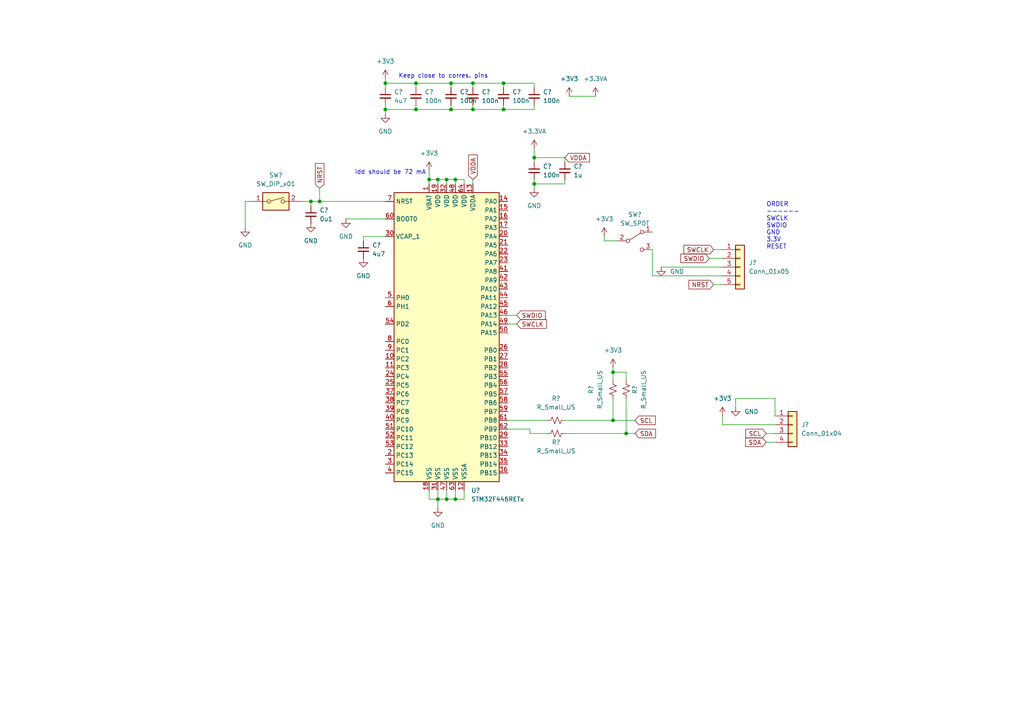
<source format=kicad_sch>
(kicad_sch (version 20211123) (generator eeschema)
  (paper "A4")
  (lib_symbols
    (symbol "Connector_Generic:Conn_01x04" (pin_names (offset 1.016) hide)
      (property "Reference" "J" (at 0 5.08 0))
      (property "Value" "Conn_01x04" (at 0 -7.62 0))
      (symbol "Conn_01x04_1_1"
        (rectangle (start -1.27 -4.953) (end 0 -5.207) (stroke (width 0.1524)))
        (rectangle (start -1.27 -2.413) (end 0 -2.667) (stroke (width 0.1524)))
        (rectangle (start -1.27 0.127) (end 0 -0.127) (stroke (width 0.1524)))
        (rectangle (start -1.27 2.667) (end 0 2.413) (stroke (width 0.1524)))
        (rectangle (start -1.27 3.81) (end 1.27 -6.35) (stroke (width 0.254)) (fill (type background)))
        (pin passive line (at -5.08 2.54 0) (length 3.81) (name "Pin_1") (number "1"))
        (pin passive line (at -5.08 0 0) (length 3.81) (name "Pin_2") (number "2"))
        (pin passive line (at -5.08 -2.54 0) (length 3.81) (name "Pin_3") (number "3"))
        (pin passive line (at -5.08 -5.08 0) (length 3.81) (name "Pin_4") (number "4"))
      )
    )
    (symbol "Connector_Generic:Conn_01x05" (pin_names (offset 1.016) hide)
      (property "Reference" "J" (at 0 7.62 0))
      (property "Value" "Conn_01x05" (at 0 -7.62 0))
      (symbol "Conn_01x05_1_1"
        (rectangle (start -1.27 -4.953) (end 0 -5.207) (stroke (width 0.1524)))
        (rectangle (start -1.27 -2.413) (end 0 -2.667) (stroke (width 0.1524)))
        (rectangle (start -1.27 0.127) (end 0 -0.127) (stroke (width 0.1524)))
        (rectangle (start -1.27 2.667) (end 0 2.413) (stroke (width 0.1524)))
        (rectangle (start -1.27 5.207) (end 0 4.953) (stroke (width 0.1524)))
        (rectangle (start -1.27 6.35) (end 1.27 -6.35) (stroke (width 0.254)) (fill (type background)))
        (pin passive line (at -5.08 5.08 0) (length 3.81) (name "Pin_1") (number "1"))
        (pin passive line (at -5.08 2.54 0) (length 3.81) (name "Pin_2") (number "2"))
        (pin passive line (at -5.08 0 0) (length 3.81) (name "Pin_3") (number "3"))
        (pin passive line (at -5.08 -2.54 0) (length 3.81) (name "Pin_4") (number "4"))
        (pin passive line (at -5.08 -5.08 0) (length 3.81) (name "Pin_5") (number "5"))
      )
    )
    (symbol "Device:C_Small" (pin_numbers hide) (pin_names (offset 0.254) hide)
      (property "Reference" "C" (at 0.254 1.778 0))
      (property "Value" "C_Small" (at 0.254 -2.032 0))
      (symbol "C_Small_0_1"
        (polyline (pts (xy -1.524 -0.508) (xy 1.524 -0.508)) (stroke (width 0.3302)))
        (polyline (pts (xy -1.524 0.508) (xy 1.524 0.508)) (stroke (width 0.3048)))
      )
      (symbol "C_Small_1_1"
        (pin passive line (at 0 2.54 270) (length 2.032) (name "~") (number "1"))
        (pin passive line (at 0 -2.54 90) (length 2.032) (name "~") (number "2"))
      )
    )
    (symbol "Device:R_Small_US" (pin_numbers hide) (pin_names (offset 0.254) hide)
      (property "Reference" "R" (at 0.762 0.508 0))
      (property "Value" "R_Small_US" (at 0.762 -1.016 0))
      (symbol "R_Small_US_1_1"
        (polyline (pts (xy 0 0) (xy 1.016 -0.381) (xy 0 -0.762) (xy -1.016 -1.143) (xy 0 -1.524)))
        (polyline (pts (xy 0 1.524) (xy 1.016 1.143) (xy 0 0.762) (xy -1.016 0.381) (xy 0 0)))
        (pin passive line (at 0 2.54 270) (length 1.016) (name "~") (number "1"))
        (pin passive line (at 0 -2.54 90) (length 1.016) (name "~") (number "2"))
      )
    )
    (symbol "MCU_ST_STM32F4:STM32F446RETx"
      (property "Reference" "U" (at -15.24 41.91 0))
      (property "Value" "STM32F446RETx" (at 10.16 41.91 0))
      (symbol "STM32F446RETx_0_1"
        (rectangle (start -15.24 -43.18) (end 15.24 40.64) (stroke (width 0.254)) (fill (type background)))
      )
      (symbol "STM32F446RETx_1_1"
        (pin power_in line (at -5.08 43.18 270) (length 2.54) (name "VBAT") (number "1"))
        (pin bidirectional line (at -17.78 -7.62 0) (length 2.54) (name "PC2") (number "10"))
        (pin bidirectional line (at -17.78 -10.16 0) (length 2.54) (name "PC3") (number "11"))
        (pin power_in line (at 5.08 -45.72 90) (length 2.54) (name "VSSA") (number "12"))
        (pin power_in line (at 7.62 43.18 270) (length 2.54) (name "VDDA") (number "13"))
        (pin bidirectional line (at 17.78 38.1 180) (length 2.54) (name "PA0") (number "14"))
        (pin bidirectional line (at 17.78 35.56 180) (length 2.54) (name "PA1") (number "15"))
        (pin bidirectional line (at 17.78 33.02 180) (length 2.54) (name "PA2") (number "16"))
        (pin bidirectional line (at 17.78 30.48 180) (length 2.54) (name "PA3") (number "17"))
        (pin power_in line (at -5.08 -45.72 90) (length 2.54) (name "VSS") (number "18"))
        (pin power_in line (at -2.54 43.18 270) (length 2.54) (name "VDD") (number "19"))
        (pin bidirectional line (at -17.78 -35.56 0) (length 2.54) (name "PC13") (number "2"))
        (pin bidirectional line (at 17.78 27.94 180) (length 2.54) (name "PA4") (number "20"))
        (pin bidirectional line (at 17.78 25.4 180) (length 2.54) (name "PA5") (number "21"))
        (pin bidirectional line (at 17.78 22.86 180) (length 2.54) (name "PA6") (number "22"))
        (pin bidirectional line (at 17.78 20.32 180) (length 2.54) (name "PA7") (number "23"))
        (pin bidirectional line (at -17.78 -12.7 0) (length 2.54) (name "PC4") (number "24"))
        (pin bidirectional line (at -17.78 -15.24 0) (length 2.54) (name "PC5") (number "25"))
        (pin bidirectional line (at 17.78 -5.08 180) (length 2.54) (name "PB0") (number "26"))
        (pin bidirectional line (at 17.78 -7.62 180) (length 2.54) (name "PB1") (number "27"))
        (pin bidirectional line (at 17.78 -10.16 180) (length 2.54) (name "PB2") (number "28"))
        (pin bidirectional line (at 17.78 -30.48 180) (length 2.54) (name "PB10") (number "29"))
        (pin bidirectional line (at -17.78 -38.1 0) (length 2.54) (name "PC14") (number "3"))
        (pin power_in line (at -17.78 27.94 0) (length 2.54) (name "VCAP_1") (number "30"))
        (pin power_in line (at -2.54 -45.72 90) (length 2.54) (name "VSS") (number "31"))
        (pin power_in line (at 0 43.18 270) (length 2.54) (name "VDD") (number "32"))
        (pin bidirectional line (at 17.78 -33.02 180) (length 2.54) (name "PB12") (number "33"))
        (pin bidirectional line (at 17.78 -35.56 180) (length 2.54) (name "PB13") (number "34"))
        (pin bidirectional line (at 17.78 -38.1 180) (length 2.54) (name "PB14") (number "35"))
        (pin bidirectional line (at 17.78 -40.64 180) (length 2.54) (name "PB15") (number "36"))
        (pin bidirectional line (at -17.78 -17.78 0) (length 2.54) (name "PC6") (number "37"))
        (pin bidirectional line (at -17.78 -20.32 0) (length 2.54) (name "PC7") (number "38"))
        (pin bidirectional line (at -17.78 -22.86 0) (length 2.54) (name "PC8") (number "39"))
        (pin bidirectional line (at -17.78 -40.64 0) (length 2.54) (name "PC15") (number "4"))
        (pin bidirectional line (at -17.78 -25.4 0) (length 2.54) (name "PC9") (number "40"))
        (pin bidirectional line (at 17.78 17.78 180) (length 2.54) (name "PA8") (number "41"))
        (pin bidirectional line (at 17.78 15.24 180) (length 2.54) (name "PA9") (number "42"))
        (pin bidirectional line (at 17.78 12.7 180) (length 2.54) (name "PA10") (number "43"))
        (pin bidirectional line (at 17.78 10.16 180) (length 2.54) (name "PA11") (number "44"))
        (pin bidirectional line (at 17.78 7.62 180) (length 2.54) (name "PA12") (number "45"))
        (pin bidirectional line (at 17.78 5.08 180) (length 2.54) (name "PA13") (number "46"))
        (pin power_in line (at 0 -45.72 90) (length 2.54) (name "VSS") (number "47"))
        (pin power_in line (at 2.54 43.18 270) (length 2.54) (name "VDD") (number "48"))
        (pin bidirectional line (at 17.78 2.54 180) (length 2.54) (name "PA14") (number "49"))
        (pin input line (at -17.78 10.16 0) (length 2.54) (name "PH0") (number "5"))
        (pin bidirectional line (at 17.78 0 180) (length 2.54) (name "PA15") (number "50"))
        (pin bidirectional line (at -17.78 -27.94 0) (length 2.54) (name "PC10") (number "51"))
        (pin bidirectional line (at -17.78 -30.48 0) (length 2.54) (name "PC11") (number "52"))
        (pin bidirectional line (at -17.78 -33.02 0) (length 2.54) (name "PC12") (number "53"))
        (pin bidirectional line (at -17.78 2.54 0) (length 2.54) (name "PD2") (number "54"))
        (pin bidirectional line (at 17.78 -12.7 180) (length 2.54) (name "PB3") (number "55"))
        (pin bidirectional line (at 17.78 -15.24 180) (length 2.54) (name "PB4") (number "56"))
        (pin bidirectional line (at 17.78 -17.78 180) (length 2.54) (name "PB5") (number "57"))
        (pin bidirectional line (at 17.78 -20.32 180) (length 2.54) (name "PB6") (number "58"))
        (pin bidirectional line (at 17.78 -22.86 180) (length 2.54) (name "PB7") (number "59"))
        (pin input line (at -17.78 7.62 0) (length 2.54) (name "PH1") (number "6"))
        (pin input line (at -17.78 33.02 0) (length 2.54) (name "BOOT0") (number "60"))
        (pin bidirectional line (at 17.78 -25.4 180) (length 2.54) (name "PB8") (number "61"))
        (pin bidirectional line (at 17.78 -27.94 180) (length 2.54) (name "PB9") (number "62"))
        (pin power_in line (at 2.54 -45.72 90) (length 2.54) (name "VSS") (number "63"))
        (pin power_in line (at 5.08 43.18 270) (length 2.54) (name "VDD") (number "64"))
        (pin input line (at -17.78 38.1 0) (length 2.54) (name "NRST") (number "7"))
        (pin bidirectional line (at -17.78 -2.54 0) (length 2.54) (name "PC0") (number "8"))
        (pin bidirectional line (at -17.78 -5.08 0) (length 2.54) (name "PC1") (number "9"))
      )
    )
    (symbol "Switch:SW_DIP_x01" (pin_names (offset 0) hide)
      (property "Reference" "SW" (at 0 3.81 0))
      (property "Value" "SW_DIP_x01" (at 0 -3.81 0))
      (symbol "SW_DIP_x01_0_0"
        (circle (center -2.032 0) (radius 0.508))
        (polyline (pts (xy -1.524 0.127) (xy 2.3622 1.1684)))
        (circle (center 2.032 0) (radius 0.508))
      )
      (symbol "SW_DIP_x01_0_1"
        (rectangle (start -3.81 2.54) (end 3.81 -2.54) (stroke (width 0.254)) (fill (type background)))
      )
      (symbol "SW_DIP_x01_1_1"
        (pin passive line (at -7.62 0 0) (length 5.08) (name "~") (number "1"))
        (pin passive line (at 7.62 0 180) (length 5.08) (name "~") (number "2"))
      )
    )
    (symbol "Switch:SW_SPDT" (pin_names (offset 0) hide)
      (property "Reference" "SW" (at 0 4.318 0))
      (property "Value" "SW_SPDT" (at 0 -5.08 0))
      (symbol "SW_SPDT_0_0"
        (circle (center -2.032 0) (radius 0.508))
        (circle (center 2.032 -2.54) (radius 0.508))
      )
      (symbol "SW_SPDT_0_1"
        (polyline (pts (xy -1.524 0.254) (xy 1.651 2.286)))
        (circle (center 2.032 2.54) (radius 0.508))
      )
      (symbol "SW_SPDT_1_1"
        (pin passive line (at 5.08 2.54 180) (length 2.54) (name "A") (number "1"))
        (pin passive line (at -5.08 0 0) (length 2.54) (name "B") (number "2"))
        (pin passive line (at 5.08 -2.54 180) (length 2.54) (name "C") (number "3"))
      )
    )
    (symbol "power:+3.3V" (power) (pin_names (offset 0))
      (property "Value" "+3.3V" (at 0 3.556 0))
      (symbol "+3.3V_0_1"
        (polyline (pts (xy -0.762 1.27) (xy 0 2.54)))
        (polyline (pts (xy 0 0) (xy 0 2.54)))
        (polyline (pts (xy 0 2.54) (xy 0.762 1.27)))
      )
      (symbol "+3.3V_1_1"
        (pin power_in line (at 0 0 90) (length 0) hide (name "+3V3") (number "1"))
      )
    )
    (symbol "power:+3.3VA" (power) (pin_names (offset 0))
      (property "Value" "+3.3VA" (at 0 3.556 0))
      (symbol "+3.3VA_0_1"
        (polyline (pts (xy -0.762 1.27) (xy 0 2.54)))
        (polyline (pts (xy 0 0) (xy 0 2.54)))
        (polyline (pts (xy 0 2.54) (xy 0.762 1.27)))
      )
      (symbol "+3.3VA_1_1"
        (pin power_in line (at 0 0 90) (length 0) hide (name "+3.3VA") (number "1"))
      )
    )
    (symbol "power:GND" (power) (pin_names (offset 0))
      (property "Value" "GND" (at 0 -3.81 0))
      (symbol "GND_0_1"
        (polyline (pts (xy 0 0) (xy 0 -1.27) (xy 1.27 -1.27) (xy 0 -2.54) (xy -1.27 -1.27) (xy 0 -1.27)))
      )
      (symbol "GND_1_1"
        (pin power_in line (at 0 0 270) (length 0) hide (name "GND") (number "1"))
      )
    )
  )
  (junction (at 111.76 24.13))
  (junction (at 129.54 52.07))
  (junction (at 154.94 45.72))
  (junction (at 132.08 52.07))
  (junction (at 177.8 107.95))
  (junction (at 130.81 24.13))
  (junction (at 111.76 31.75))
  (junction (at 129.54 144.78))
  (junction (at 137.16 31.75))
  (junction (at 120.65 31.75))
  (junction (at 90.17 58.42))
  (junction (at 120.65 24.13))
  (junction (at 146.05 24.13))
  (junction (at 137.16 24.13))
  (junction (at 177.8 121.92))
  (junction (at 154.94 53.34))
  (junction (at 127 52.07))
  (junction (at 127 144.78))
  (junction (at 130.81 31.75))
  (junction (at 146.05 31.75))
  (junction (at 124.46 52.07))
  (junction (at 181.61 125.73))
  (junction (at 132.08 144.78))
  (junction (at 92.71 58.42))
  (wire (pts (xy 130.81 24.13) (xy 137.16 24.13)))
  (wire (pts (xy 213.36 115.57) (xy 224.79 115.57)))
  (wire (pts (xy 120.65 31.75) (xy 120.65 30.48)))
  (wire (pts (xy 92.71 54.61) (xy 92.71 58.42)))
  (wire (pts (xy 154.94 45.72) (xy 163.83 45.72)))
  (wire (pts (xy 154.94 53.34) (xy 154.94 54.61)))
  (wire (pts (xy 224.79 115.57) (xy 224.79 120.65)))
  (wire (pts (xy 127 144.78) (xy 124.46 144.78)))
  (wire (pts (xy 146.05 24.13) (xy 154.94 24.13)))
  (wire (pts (xy 127 142.24) (xy 127 144.78)))
  (wire (pts (xy 181.61 125.73) (xy 184.15 125.73)))
  (wire (pts (xy 111.76 22.86) (xy 111.76 24.13)))
  (wire (pts (xy 137.16 24.13) (xy 137.16 25.4)))
  (wire (pts (xy 124.46 52.07) (xy 124.46 53.34)))
  (wire (pts (xy 134.62 144.78) (xy 134.62 142.24)))
  (wire (pts (xy 153.67 125.73) (xy 153.67 124.46)))
  (wire (pts (xy 181.61 107.95) (xy 181.61 110.49)))
  (wire (pts (xy 129.54 144.78) (xy 132.08 144.78)))
  (wire (pts (xy 222.25 125.73) (xy 224.79 125.73)))
  (wire (pts (xy 134.62 52.07) (xy 134.62 53.34)))
  (wire (pts (xy 129.54 52.07) (xy 129.54 53.34)))
  (wire (pts (xy 124.46 144.78) (xy 124.46 142.24)))
  (wire (pts (xy 132.08 52.07) (xy 132.08 53.34)))
  (wire (pts (xy 100.33 63.5) (xy 111.76 63.5)))
  (wire (pts (xy 205.74 74.93) (xy 209.55 74.93)))
  (wire (pts (xy 127 52.07) (xy 129.54 52.07)))
  (wire (pts (xy 175.26 69.85) (xy 179.07 69.85)))
  (wire (pts (xy 71.12 58.42) (xy 71.12 66.04)))
  (wire (pts (xy 132.08 144.78) (xy 132.08 142.24)))
  (wire (pts (xy 209.55 123.19) (xy 224.79 123.19)))
  (wire (pts (xy 154.94 24.13) (xy 154.94 25.4)))
  (wire (pts (xy 87.63 58.42) (xy 90.17 58.42)))
  (wire (pts (xy 146.05 24.13) (xy 146.05 25.4)))
  (wire (pts (xy 124.46 49.53) (xy 124.46 52.07)))
  (wire (pts (xy 154.94 45.72) (xy 154.94 46.99)))
  (wire (pts (xy 90.17 58.42) (xy 92.71 58.42)))
  (wire (pts (xy 132.08 52.07) (xy 134.62 52.07)))
  (wire (pts (xy 207.01 82.55) (xy 209.55 82.55)))
  (wire (pts (xy 90.17 59.69) (xy 90.17 58.42)))
  (wire (pts (xy 163.83 121.92) (xy 177.8 121.92)))
  (wire (pts (xy 189.23 80.01) (xy 189.23 72.39)))
  (wire (pts (xy 124.46 52.07) (xy 127 52.07)))
  (wire (pts (xy 147.32 91.44) (xy 149.86 91.44)))
  (wire (pts (xy 181.61 125.73) (xy 181.61 115.57)))
  (wire (pts (xy 120.65 31.75) (xy 130.81 31.75)))
  (wire (pts (xy 137.16 30.48) (xy 137.16 31.75)))
  (wire (pts (xy 213.36 118.11) (xy 213.36 115.57)))
  (wire (pts (xy 146.05 31.75) (xy 154.94 31.75)))
  (wire (pts (xy 154.94 52.07) (xy 154.94 53.34)))
  (wire (pts (xy 130.81 31.75) (xy 137.16 31.75)))
  (wire (pts (xy 137.16 52.07) (xy 137.16 53.34)))
  (wire (pts (xy 207.01 72.39) (xy 209.55 72.39)))
  (wire (pts (xy 137.16 24.13) (xy 146.05 24.13)))
  (wire (pts (xy 120.65 24.13) (xy 120.65 25.4)))
  (wire (pts (xy 177.8 121.92) (xy 177.8 115.57)))
  (wire (pts (xy 105.41 68.58) (xy 111.76 68.58)))
  (wire (pts (xy 105.41 69.85) (xy 105.41 68.58)))
  (wire (pts (xy 154.94 43.18) (xy 154.94 45.72)))
  (wire (pts (xy 111.76 30.48) (xy 111.76 31.75)))
  (wire (pts (xy 111.76 24.13) (xy 120.65 24.13)))
  (wire (pts (xy 153.67 124.46) (xy 147.32 124.46)))
  (wire (pts (xy 146.05 30.48) (xy 146.05 31.75)))
  (wire (pts (xy 177.8 107.95) (xy 177.8 110.49)))
  (wire (pts (xy 111.76 24.13) (xy 111.76 25.4)))
  (wire (pts (xy 222.25 128.27) (xy 224.79 128.27)))
  (wire (pts (xy 163.83 125.73) (xy 181.61 125.73)))
  (wire (pts (xy 127 144.78) (xy 127 147.32)))
  (wire (pts (xy 71.12 58.42) (xy 72.39 58.42)))
  (wire (pts (xy 92.71 58.42) (xy 111.76 58.42)))
  (wire (pts (xy 127 52.07) (xy 127 53.34)))
  (wire (pts (xy 163.83 53.34) (xy 154.94 53.34)))
  (wire (pts (xy 130.81 30.48) (xy 130.81 31.75)))
  (wire (pts (xy 175.26 68.58) (xy 175.26 69.85)))
  (wire (pts (xy 177.8 121.92) (xy 184.15 121.92)))
  (wire (pts (xy 163.83 45.72) (xy 163.83 46.99)))
  (wire (pts (xy 129.54 52.07) (xy 132.08 52.07)))
  (wire (pts (xy 209.55 120.65) (xy 209.55 123.19)))
  (wire (pts (xy 129.54 144.78) (xy 129.54 142.24)))
  (wire (pts (xy 191.77 77.47) (xy 209.55 77.47)))
  (wire (pts (xy 177.8 107.95) (xy 181.61 107.95)))
  (wire (pts (xy 132.08 144.78) (xy 134.62 144.78)))
  (wire (pts (xy 147.32 93.98) (xy 149.86 93.98)))
  (wire (pts (xy 127 144.78) (xy 129.54 144.78)))
  (wire (pts (xy 163.83 52.07) (xy 163.83 53.34)))
  (wire (pts (xy 111.76 31.75) (xy 120.65 31.75)))
  (wire (pts (xy 120.65 24.13) (xy 130.81 24.13)))
  (wire (pts (xy 154.94 30.48) (xy 154.94 31.75)))
  (wire (pts (xy 209.55 80.01) (xy 189.23 80.01)))
  (wire (pts (xy 147.32 121.92) (xy 158.75 121.92)))
  (wire (pts (xy 111.76 31.75) (xy 111.76 33.02)))
  (wire (pts (xy 130.81 24.13) (xy 130.81 25.4)))
  (wire (pts (xy 177.8 106.68) (xy 177.8 107.95)))
  (wire (pts (xy 158.75 125.73) (xy 153.67 125.73)))
  (wire (pts (xy 137.16 31.75) (xy 146.05 31.75)))
  (wire (pts (xy 165.1 27.94) (xy 172.72 27.94)))
  (text "Idd should be 72 mA" (at 102.87 50.8 0) (effects (font (size 1.27 1.27)) (justify left bottom)))
  (text "Keep close to corres. pins\n" (at 115.57 22.86 0) (effects (font (size 1.27 1.27)) (justify left bottom)))
  (text "ORDER\n------\nSWCLK\nSWDIO\nGND\n3.3V\nRESET" (at 222.25 72.39 0) (effects (font (size 1.27 1.27)) (justify left bottom)))
  (global_label "NRST" (shape input) (at 207.01 82.55 180) (property "Intersheet References" "${INTERSHEET_REFS}" (effects hide)))
  (global_label "SCL" (shape input) (at 222.25 125.73 180) (property "Intersheet References" "${INTERSHEET_REFS}" (effects hide)))
  (global_label "NRST" (shape input) (at 92.71 54.61 90) (property "Intersheet References" "${INTERSHEET_REFS}" (effects hide)))
  (global_label "SWDIO" (shape input) (at 149.86 91.44 0) (property "Intersheet References" "${INTERSHEET_REFS}" (effects hide)))
  (global_label "SDA" (shape input) (at 184.15 125.73 0) (property "Intersheet References" "${INTERSHEET_REFS}" (effects hide)))
  (global_label "SWDIO" (shape input) (at 205.74 74.93 180) (property "Intersheet References" "${INTERSHEET_REFS}" (effects hide)))
  (global_label "SWCLK" (shape input) (at 207.01 72.39 180) (property "Intersheet References" "${INTERSHEET_REFS}" (effects hide)))
  (global_label "VDDA" (shape input) (at 163.83 45.72 0) (property "Intersheet References" "${INTERSHEET_REFS}" (effects hide)))
  (global_label "SWCLK" (shape input) (at 149.86 93.98 0) (property "Intersheet References" "${INTERSHEET_REFS}" (effects hide)))
  (global_label "VDDA" (shape input) (at 137.16 52.07 90) (property "Intersheet References" "${INTERSHEET_REFS}" (effects hide)))
  (global_label "SDA" (shape input) (at 222.25 128.27 180) (property "Intersheet References" "${INTERSHEET_REFS}" (effects hide)))
  (global_label "SCL" (shape input) (at 184.15 121.92 0) (property "Intersheet References" "${INTERSHEET_REFS}" (effects hide)))
  (symbol (lib_id "power:GND") (at 127 147.32 0) (unit 1)
    (property "Reference" "#PWR?" (effects hide))
    (property "Value" "GND" (at 127 152.4 0))
  )
  (symbol (lib_id "Device:C_Small") (at 120.65 27.94 0) (unit 1)
    (property "Reference" "C?" (at 123.19 26.6762 0) (effects (justify left)))
    (property "Value" "100n" (at 123.19 29.2162 0) (effects (justify left)))
  )
  (symbol (lib_id "power:+3.3VA") (at 172.72 27.94 0) (unit 1)
    (property "Reference" "#PWR?" (effects hide))
    (property "Value" "+3.3VA" (at 172.72 22.86 0))
  )
  (symbol (lib_id "power:+3.3V") (at 209.55 120.65 0) (unit 1)
    (property "Reference" "#PWR?" (effects hide))
    (property "Value" "+3.3V" (at 209.55 115.57 0))
  )
  (symbol (lib_id "power:GND") (at 100.33 63.5 0) (unit 1)
    (property "Reference" "#PWR?" (effects hide))
    (property "Value" "GND" (at 100.33 68.58 0))
  )
  (symbol (lib_id "Device:C_Small") (at 146.05 27.94 0) (unit 1)
    (property "Reference" "C?" (at 148.59 26.6762 0) (effects (justify left)))
    (property "Value" "100n" (at 148.59 29.2162 0) (effects (justify left)))
  )
  (symbol (lib_id "MCU_ST_STM32F4:STM32F446RETx") (at 129.54 96.52 0) (unit 1)
    (property "Reference" "U?" (at 136.6394 142.24 0) (effects (justify left)))
    (property "Value" "STM32F446RETx" (at 136.6394 144.78 0) (effects (justify left)))
    (property "Footprint" "Package_QFP:LQFP-64_10x10mm_P0.5mm" (effects hide))
    (property "Datasheet" "http://www.st.com/st-web-ui/static/active/en/resource/technical/document/datasheet/DM00141306.pdf" (effects hide))
  )
  (symbol (lib_id "power:+3.3V") (at 177.8 106.68 0) (unit 1)
    (property "Reference" "#PWR?" (effects hide))
    (property "Value" "+3.3V" (at 177.8 101.6 0))
  )
  (symbol (lib_id "Device:R_Small_US") (at 181.61 113.03 180) (unit 1)
    (property "Reference" "R?" (at 184.15 113.03 90))
    (property "Value" "R_Small_US" (at 186.69 113.03 90))
  )
  (symbol (lib_id "Connector_Generic:Conn_01x05") (at 214.63 77.47 0) (unit 1)
    (property "Reference" "J?" (at 217.17 76.1999 0) (effects (justify left)))
    (property "Value" "Conn_01x05" (at 217.17 78.7399 0) (effects (justify left)))
  )
  (symbol (lib_id "power:+3.3V") (at 111.76 22.86 0) (unit 1)
    (property "Reference" "#PWR?" (effects hide))
    (property "Value" "+3.3V" (at 111.76 17.78 0))
  )
  (symbol (lib_id "power:GND") (at 71.12 66.04 0) (unit 1)
    (property "Reference" "#PWR?" (effects hide))
    (property "Value" "GND" (at 71.12 71.12 0))
  )
  (symbol (lib_id "Device:C_Small") (at 105.41 72.39 0) (unit 1)
    (property "Reference" "C?" (at 107.95 71.1262 0) (effects (justify left)))
    (property "Value" "4u7" (at 107.95 73.6662 0) (effects (justify left)))
  )
  (symbol (lib_id "power:GND") (at 105.41 74.93 0) (unit 1)
    (property "Reference" "#PWR?" (effects hide))
    (property "Value" "GND" (at 105.41 80.01 0))
  )
  (symbol (lib_id "Device:R_Small_US") (at 161.29 125.73 90) (unit 1)
    (property "Reference" "R?" (at 161.29 128.27 90))
    (property "Value" "R_Small_US" (at 161.29 130.81 90))
  )
  (symbol (lib_id "Switch:SW_SPDT") (at 184.15 69.85 0) (unit 1)
    (property "Reference" "SW?" (at 184.15 62.23 0))
    (property "Value" "SW_SPDT" (at 184.15 64.77 0))
  )
  (symbol (lib_id "power:GND") (at 111.76 33.02 0) (unit 1)
    (property "Reference" "#PWR?" (effects hide))
    (property "Value" "GND" (at 111.76 38.1 0))
  )
  (symbol (lib_id "Switch:SW_DIP_x01") (at 80.01 58.42 0) (unit 1)
    (property "Reference" "SW?" (at 80.01 50.8 0))
    (property "Value" "SW_DIP_x01" (at 80.01 53.34 0))
  )
  (symbol (lib_id "Connector_Generic:Conn_01x04") (at 229.87 123.19 0) (unit 1)
    (property "Reference" "J?" (at 232.41 123.1899 0) (effects (justify left)))
    (property "Value" "Conn_01x04" (at 232.41 125.7299 0) (effects (justify left)))
  )
  (symbol (lib_id "Device:C_Small") (at 130.81 27.94 0) (unit 1)
    (property "Reference" "C?" (at 133.35 26.6762 0) (effects (justify left)))
    (property "Value" "100n" (at 133.35 29.2162 0) (effects (justify left)))
  )
  (symbol (lib_id "Device:C_Small") (at 154.94 27.94 0) (unit 1)
    (property "Reference" "C?" (at 157.48 26.6762 0) (effects (justify left)))
    (property "Value" "100n" (at 157.48 29.2162 0) (effects (justify left)))
  )
  (symbol (lib_id "Device:C_Small") (at 90.17 62.23 0) (unit 1)
    (property "Reference" "C?" (at 92.71 60.9662 0) (effects (justify left)))
    (property "Value" "0u1" (at 92.71 63.5062 0) (effects (justify left)))
  )
  (symbol (lib_id "Device:R_Small_US") (at 177.8 113.03 180) (unit 1)
    (property "Reference" "R?" (at 171.45 113.03 90))
    (property "Value" "R_Small_US" (at 173.99 113.03 90))
  )
  (symbol (lib_id "power:+3.3VA") (at 154.94 43.18 0) (unit 1)
    (property "Reference" "#PWR?" (effects hide))
    (property "Value" "+3.3VA" (at 154.94 38.1 0))
  )
  (symbol (lib_id "power:GND") (at 154.94 54.61 0) (unit 1)
    (property "Reference" "#PWR?" (effects hide))
    (property "Value" "GND" (at 154.94 59.69 0))
  )
  (symbol (lib_id "Device:C_Small") (at 137.16 27.94 0) (unit 1)
    (property "Reference" "C?" (at 139.7 26.6762 0) (effects (justify left)))
    (property "Value" "100n" (at 139.7 29.2162 0) (effects (justify left)))
  )
  (symbol (lib_id "power:+3.3V") (at 124.46 49.53 0) (unit 1)
    (property "Reference" "#PWR?" (effects hide))
    (property "Value" "+3.3V" (at 124.46 44.45 0))
  )
  (symbol (lib_id "Device:C_Small") (at 111.76 27.94 0) (unit 1)
    (property "Reference" "C?" (at 114.3 26.6762 0) (effects (justify left)))
    (property "Value" "4u7" (at 114.3 29.2162 0) (effects (justify left)))
  )
  (symbol (lib_id "power:GND") (at 90.17 64.77 0) (unit 1)
    (property "Reference" "#PWR?" (effects hide))
    (property "Value" "GND" (at 90.17 69.85 0))
  )
  (symbol (lib_id "power:+3.3V") (at 165.1 27.94 0) (unit 1)
    (property "Reference" "#PWR?" (effects hide))
    (property "Value" "+3.3V" (at 165.1 22.86 0))
  )
  (symbol (lib_id "power:GND") (at 191.77 77.47 0) (unit 1)
    (property "Reference" "#PWR?" (effects hide))
    (property "Value" "GND" (at 194.31 78.7399 0) (effects (justify left)))
  )
  (symbol (lib_id "power:GND") (at 213.36 118.11 0) (unit 1)
    (property "Reference" "#PWR?" (effects hide))
    (property "Value" "GND" (at 215.9 119.3799 0) (effects (justify left)))
  )
  (symbol (lib_id "Device:C_Small") (at 163.83 49.53 0) (unit 1)
    (property "Reference" "C?" (at 166.37 48.2662 0) (effects (justify left)))
    (property "Value" "1u" (at 166.37 50.8062 0) (effects (justify left)))
  )
  (symbol (lib_id "Device:C_Small") (at 154.94 49.53 0) (unit 1)
    (property "Reference" "C?" (at 157.48 48.2662 0) (effects (justify left)))
    (property "Value" "100n" (at 157.48 50.8062 0) (effects (justify left)))
  )
  (symbol (lib_id "Device:R_Small_US") (at 161.29 121.92 90) (unit 1)
    (property "Reference" "R?" (at 161.29 115.57 90))
    (property "Value" "R_Small_US" (at 161.29 118.11 90))
  )
  (symbol (lib_id "power:+3.3V") (at 175.26 68.58 0) (unit 1)
    (property "Reference" "#PWR?" (effects hide))
    (property "Value" "+3.3V" (at 175.26 63.5 0))
  )
)
</source>
